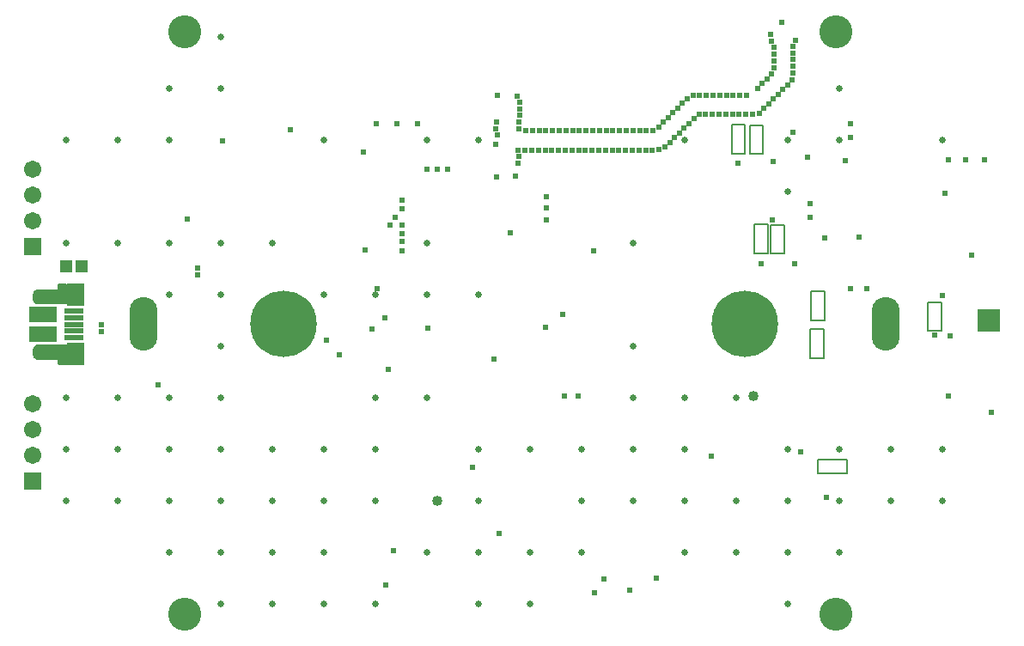
<source format=gbs>
G04*
G04 #@! TF.GenerationSoftware,Altium Limited,Altium Designer,19.1.9 (167)*
G04*
G04 Layer_Color=16711935*
%FSLAX25Y25*%
%MOIN*%
G70*
G01*
G75*
%ADD16C,0.00500*%
%ADD77R,0.04600X0.04500*%
%ADD82C,0.25800*%
%ADD83O,0.10800X0.20800*%
%ADD84R,0.08800X0.08800*%
%ADD85O,0.07493X0.05524*%
%ADD86O,0.06312X0.04737*%
%ADD87C,0.06706*%
%ADD88R,0.06706X0.06706*%
%ADD89C,0.12800*%
%ADD90C,0.02600*%
%ADD91C,0.02400*%
%ADD92C,0.04000*%
%ADD122R,0.07690X0.02375*%
%ADD123R,0.10642X0.06410*%
%ADD124R,0.06548X0.08674*%
G36*
X19851Y120628D02*
X19902Y120618D01*
X19952Y120601D01*
X19999Y120578D01*
X20042Y120549D01*
X20082Y120514D01*
X20117Y120475D01*
X20146Y120431D01*
X20169Y120384D01*
X20186Y120334D01*
X20196Y120283D01*
X20199Y120231D01*
Y113046D01*
X20196Y112993D01*
X20186Y112942D01*
X20169Y112892D01*
X20146Y112845D01*
X20117Y112802D01*
X20082Y112762D01*
X20042Y112728D01*
X19999Y112698D01*
X19952Y112675D01*
X19902Y112659D01*
X19851Y112648D01*
X19798Y112645D01*
X17042D01*
X16990Y112648D01*
X16939Y112659D01*
X16889Y112675D01*
X16842Y112698D01*
X16799Y112728D01*
X16759Y112762D01*
X16725Y112802D01*
X16695Y112845D01*
X16672Y112892D01*
X16655Y112942D01*
X16645Y112993D01*
X16642Y113046D01*
Y114712D01*
X8972D01*
X8961Y114712D01*
X8951Y114712D01*
X8798Y114720D01*
X8787Y114721D01*
X8776Y114722D01*
X8626Y114738D01*
X8625Y114738D01*
X8623Y114738D01*
X8599Y114742D01*
X8575Y114746D01*
X8573Y114747D01*
X8572Y114747D01*
X8501Y114765D01*
X8491Y114768D01*
X8481Y114770D01*
X8410Y114792D01*
X8410Y114792D01*
X8268Y114836D01*
X8261Y114838D01*
X8254Y114840D01*
X8237Y114847D01*
X8219Y114854D01*
X8212Y114858D01*
X8206Y114860D01*
X8056Y114935D01*
X8043Y114943D01*
X8029Y114950D01*
X7891Y115033D01*
X7874Y115044D01*
X7857Y115056D01*
X7731Y115150D01*
X7720Y115159D01*
X7709Y115168D01*
X7591Y115270D01*
X7590Y115272D01*
X7588Y115273D01*
X7571Y115290D01*
X7554Y115307D01*
X7553Y115309D01*
X7551Y115310D01*
X7445Y115432D01*
X7437Y115443D01*
X7428Y115453D01*
X7329Y115583D01*
X7328Y115585D01*
X7327Y115586D01*
X7314Y115607D01*
X7300Y115627D01*
X7299Y115629D01*
X7298Y115630D01*
X7220Y115772D01*
X7215Y115782D01*
X7210Y115792D01*
X7139Y115937D01*
X7138Y115940D01*
X7136Y115943D01*
X7128Y115964D01*
X7119Y115986D01*
X7118Y115989D01*
X7117Y115991D01*
X7066Y116153D01*
X7060Y116175D01*
X7055Y116198D01*
X7031Y116320D01*
X7029Y116331D01*
X7027Y116342D01*
X7007Y116488D01*
X7006Y116504D01*
X7004Y116520D01*
X6997Y116666D01*
X6997Y116677D01*
X6996Y116687D01*
Y118656D01*
X6997Y118665D01*
X6996Y118675D01*
X7004Y118844D01*
X7007Y118866D01*
X7009Y118887D01*
X7034Y119051D01*
X7039Y119071D01*
X7043Y119092D01*
X7084Y119247D01*
X7091Y119267D01*
X7097Y119288D01*
X7157Y119442D01*
X7167Y119464D01*
X7177Y119486D01*
X7244Y119612D01*
X7248Y119618D01*
X7251Y119625D01*
X7322Y119747D01*
X7335Y119767D01*
X7348Y119787D01*
X7445Y119915D01*
X7446Y119916D01*
X7447Y119918D01*
X7463Y119936D01*
X7479Y119955D01*
X7480Y119956D01*
X7481Y119957D01*
X7586Y120061D01*
X7591Y120066D01*
X7597Y120072D01*
X7707Y120174D01*
X7708Y120175D01*
X7709Y120176D01*
X7728Y120192D01*
X7747Y120207D01*
X7749Y120208D01*
X7750Y120209D01*
X7868Y120291D01*
X7876Y120297D01*
X7884Y120302D01*
X8022Y120389D01*
X8024Y120390D01*
X8026Y120391D01*
X8047Y120403D01*
X8068Y120414D01*
X8071Y120415D01*
X8073Y120416D01*
X8214Y120479D01*
X8226Y120483D01*
X8236Y120488D01*
X8362Y120535D01*
X8376Y120539D01*
X8390Y120544D01*
X8457Y120564D01*
X8468Y120566D01*
X8478Y120570D01*
X8545Y120586D01*
X8552Y120587D01*
X8558Y120588D01*
X8637Y120604D01*
X8639Y120604D01*
X8641Y120605D01*
X8723Y120621D01*
X8726Y120621D01*
X8728Y120621D01*
X8752Y120624D01*
X8775Y120627D01*
X8778Y120627D01*
X8780Y120627D01*
X8867Y120631D01*
X8876Y120631D01*
X8885Y120632D01*
X19798D01*
X19851Y120628D01*
D02*
G37*
G36*
X19851Y144152D02*
X19902Y144141D01*
X19952Y144125D01*
X19999Y144102D01*
X20042Y144072D01*
X20082Y144038D01*
X20117Y143998D01*
X20146Y143955D01*
X20169Y143908D01*
X20186Y143858D01*
X20196Y143807D01*
X20199Y143754D01*
Y136569D01*
X20196Y136517D01*
X20186Y136466D01*
X20169Y136416D01*
X20146Y136369D01*
X20117Y136325D01*
X20082Y136286D01*
X20042Y136251D01*
X19999Y136222D01*
X19952Y136199D01*
X19902Y136182D01*
X19851Y136172D01*
X19798Y136168D01*
X8885D01*
X8876Y136169D01*
X8867Y136169D01*
X8780Y136173D01*
X8778Y136173D01*
X8775Y136173D01*
X8752Y136176D01*
X8728Y136179D01*
X8726Y136179D01*
X8723Y136179D01*
X8641Y136195D01*
X8639Y136196D01*
X8637Y136196D01*
X8558Y136212D01*
X8552Y136213D01*
X8545Y136214D01*
X8478Y136230D01*
X8468Y136233D01*
X8457Y136236D01*
X8390Y136256D01*
X8376Y136261D01*
X8362Y136265D01*
X8236Y136312D01*
X8226Y136317D01*
X8214Y136321D01*
X8073Y136384D01*
X8071Y136385D01*
X8068Y136386D01*
X8047Y136397D01*
X8026Y136408D01*
X8024Y136410D01*
X8022Y136411D01*
X7884Y136498D01*
X7876Y136503D01*
X7868Y136509D01*
X7750Y136591D01*
X7749Y136592D01*
X7747Y136593D01*
X7728Y136608D01*
X7709Y136624D01*
X7708Y136625D01*
X7707Y136626D01*
X7597Y136728D01*
X7591Y136734D01*
X7586Y136739D01*
X7481Y136843D01*
X7480Y136844D01*
X7479Y136845D01*
X7463Y136864D01*
X7447Y136882D01*
X7446Y136884D01*
X7445Y136885D01*
X7348Y137013D01*
X7335Y137033D01*
X7322Y137053D01*
X7251Y137175D01*
X7248Y137182D01*
X7244Y137188D01*
X7177Y137314D01*
X7167Y137336D01*
X7157Y137358D01*
X7097Y137512D01*
X7091Y137533D01*
X7084Y137553D01*
X7043Y137708D01*
X7039Y137729D01*
X7034Y137749D01*
X7009Y137913D01*
X7007Y137935D01*
X7004Y137956D01*
X6996Y138126D01*
X6997Y138135D01*
X6996Y138144D01*
Y140113D01*
X6997Y140123D01*
X6997Y140134D01*
X7004Y140280D01*
X7006Y140296D01*
X7007Y140312D01*
X7027Y140458D01*
X7029Y140469D01*
X7031Y140480D01*
X7055Y140602D01*
X7061Y140625D01*
X7066Y140647D01*
X7117Y140808D01*
X7118Y140811D01*
X7119Y140814D01*
X7128Y140836D01*
X7136Y140857D01*
X7138Y140860D01*
X7139Y140863D01*
X7210Y141008D01*
X7215Y141018D01*
X7220Y141028D01*
X7298Y141170D01*
X7299Y141171D01*
X7300Y141173D01*
X7314Y141193D01*
X7327Y141214D01*
X7328Y141215D01*
X7329Y141217D01*
X7428Y141347D01*
X7437Y141357D01*
X7445Y141368D01*
X7551Y141490D01*
X7553Y141491D01*
X7554Y141493D01*
X7571Y141510D01*
X7588Y141527D01*
X7590Y141528D01*
X7591Y141530D01*
X7709Y141632D01*
X7720Y141641D01*
X7731Y141650D01*
X7857Y141744D01*
X7874Y141756D01*
X7891Y141767D01*
X8029Y141850D01*
X8043Y141857D01*
X8056Y141865D01*
X8206Y141940D01*
X8212Y141942D01*
X8219Y141946D01*
X8237Y141953D01*
X8254Y141960D01*
X8261Y141962D01*
X8268Y141964D01*
X8410Y142008D01*
X8410Y142008D01*
X8481Y142030D01*
X8491Y142032D01*
X8501Y142035D01*
X8572Y142053D01*
X8573Y142053D01*
X8575Y142053D01*
X8599Y142058D01*
X8623Y142062D01*
X8625Y142062D01*
X8626Y142062D01*
X8776Y142078D01*
X8787Y142079D01*
X8798Y142080D01*
X8951Y142088D01*
X8961Y142088D01*
X8972Y142088D01*
X16642D01*
Y143754D01*
X16645Y143807D01*
X16655Y143858D01*
X16672Y143908D01*
X16695Y143955D01*
X16725Y143998D01*
X16759Y144038D01*
X16799Y144072D01*
X16842Y144102D01*
X16889Y144125D01*
X16939Y144141D01*
X16990Y144152D01*
X17042Y144155D01*
X19798D01*
X19851Y144152D01*
D02*
G37*
D16*
X354142Y125988D02*
Y137110D01*
X359359D01*
Y125988D02*
Y137110D01*
X354142Y125988D02*
X359359D01*
X286943Y156088D02*
Y167210D01*
X292159D01*
Y156088D02*
Y167210D01*
X286943Y156088D02*
X292159D01*
X298458Y155890D02*
Y167012D01*
X293241Y155890D02*
X298458D01*
X293241D02*
Y167012D01*
X298458D01*
X290258Y194590D02*
Y205712D01*
X285041Y194590D02*
X290258D01*
X285041D02*
Y205712D01*
X290258D01*
X278043Y194788D02*
Y205910D01*
X283259D01*
Y194788D02*
Y205910D01*
X278043Y194788D02*
X283259D01*
X311590Y70643D02*
X322712D01*
X311590D02*
Y75859D01*
X322712D01*
Y70643D02*
Y75859D01*
X308841Y141212D02*
X314057D01*
X308841Y130090D02*
Y141212D01*
Y130090D02*
X314057D01*
Y141212D01*
X308641Y126512D02*
X313858D01*
X308641Y115390D02*
Y126512D01*
Y115390D02*
X313858D01*
Y126512D01*
D77*
X25900Y151000D02*
D03*
X20000D02*
D03*
D82*
X283169Y128600D02*
D03*
X104232D02*
D03*
D83*
X49704D02*
D03*
X337696D02*
D03*
D84*
X377800Y129800D02*
D03*
D85*
X11728Y139128D02*
D03*
Y117672D02*
D03*
D86*
X23657Y137947D02*
D03*
Y118853D02*
D03*
D87*
X7000Y97600D02*
D03*
Y77600D02*
D03*
Y87600D02*
D03*
Y178700D02*
D03*
Y168700D02*
D03*
Y188700D02*
D03*
D88*
Y67600D02*
D03*
Y158700D02*
D03*
D89*
X65900Y241900D02*
D03*
X318600Y16000D02*
D03*
X65900D02*
D03*
X318600Y241900D02*
D03*
D90*
X360000Y200000D02*
D03*
Y80000D02*
D03*
Y60000D02*
D03*
X340000Y80000D02*
D03*
Y60000D02*
D03*
X320000Y220000D02*
D03*
Y200000D02*
D03*
Y80000D02*
D03*
Y60000D02*
D03*
Y40000D02*
D03*
X300000Y200000D02*
D03*
Y180000D02*
D03*
Y80000D02*
D03*
Y60000D02*
D03*
Y40000D02*
D03*
Y20000D02*
D03*
X280000Y100000D02*
D03*
Y60000D02*
D03*
Y40000D02*
D03*
X260000Y200000D02*
D03*
Y100000D02*
D03*
Y80000D02*
D03*
Y60000D02*
D03*
Y40000D02*
D03*
X240000Y160000D02*
D03*
Y120000D02*
D03*
Y100000D02*
D03*
Y80000D02*
D03*
Y60000D02*
D03*
X220000Y80000D02*
D03*
Y60000D02*
D03*
Y40000D02*
D03*
X200000Y80000D02*
D03*
Y40000D02*
D03*
Y20000D02*
D03*
X180000Y200000D02*
D03*
Y140000D02*
D03*
Y80000D02*
D03*
Y60000D02*
D03*
Y40000D02*
D03*
Y20000D02*
D03*
X160000Y200000D02*
D03*
Y160000D02*
D03*
Y140000D02*
D03*
Y100000D02*
D03*
Y40000D02*
D03*
X140000Y140000D02*
D03*
Y100000D02*
D03*
Y80000D02*
D03*
Y60000D02*
D03*
Y20000D02*
D03*
X120000Y200000D02*
D03*
Y140000D02*
D03*
Y80000D02*
D03*
Y60000D02*
D03*
Y40000D02*
D03*
Y20000D02*
D03*
X100000Y160000D02*
D03*
Y80000D02*
D03*
Y60000D02*
D03*
Y40000D02*
D03*
Y20000D02*
D03*
X80000Y240000D02*
D03*
Y220000D02*
D03*
Y160000D02*
D03*
Y140000D02*
D03*
Y120000D02*
D03*
Y100000D02*
D03*
Y80000D02*
D03*
Y60000D02*
D03*
Y40000D02*
D03*
Y20000D02*
D03*
X60000Y220000D02*
D03*
Y200000D02*
D03*
Y160000D02*
D03*
Y140000D02*
D03*
Y100000D02*
D03*
Y80000D02*
D03*
Y60000D02*
D03*
Y40000D02*
D03*
X40000Y200000D02*
D03*
Y160000D02*
D03*
Y100000D02*
D03*
Y80000D02*
D03*
Y60000D02*
D03*
X20000Y200000D02*
D03*
Y160000D02*
D03*
Y100000D02*
D03*
Y80000D02*
D03*
Y60000D02*
D03*
D91*
X297565Y245787D02*
D03*
X293307Y240872D02*
D03*
X293381Y238273D02*
D03*
X294409Y235885D02*
D03*
Y233285D02*
D03*
Y230685D02*
D03*
Y228085D02*
D03*
X293596Y225615D02*
D03*
X291757Y223777D02*
D03*
X289919Y221938D02*
D03*
X288080Y220100D02*
D03*
X283873Y217191D02*
D03*
X281273D02*
D03*
X278673D02*
D03*
X276073D02*
D03*
X273472D02*
D03*
X270872D02*
D03*
X268272D02*
D03*
X265672D02*
D03*
X263073Y217148D02*
D03*
X260736Y216009D02*
D03*
X258897Y214171D02*
D03*
X257059Y212333D02*
D03*
X255220Y210494D02*
D03*
X253382Y208656D02*
D03*
X251543Y206817D02*
D03*
X249705Y204979D02*
D03*
X247561Y203508D02*
D03*
X244961D02*
D03*
X242361D02*
D03*
X239761D02*
D03*
X237161D02*
D03*
X234561D02*
D03*
X231961D02*
D03*
X229361D02*
D03*
X226761D02*
D03*
X224161D02*
D03*
X221561D02*
D03*
X218961D02*
D03*
X216361D02*
D03*
X213761D02*
D03*
X211161D02*
D03*
X208561D02*
D03*
X205961D02*
D03*
X203361D02*
D03*
X200761D02*
D03*
X198161D02*
D03*
X186633Y198409D02*
D03*
X186924Y185642D02*
D03*
X194306Y185928D02*
D03*
X195305Y190928D02*
D03*
X195374Y193527D02*
D03*
X195321Y196126D02*
D03*
X197921D02*
D03*
X200521D02*
D03*
X203121D02*
D03*
X205721D02*
D03*
X208321D02*
D03*
X210921D02*
D03*
X213521D02*
D03*
X216121D02*
D03*
X218721D02*
D03*
X221321D02*
D03*
X223921D02*
D03*
X226521D02*
D03*
X229121D02*
D03*
X231721D02*
D03*
X234321D02*
D03*
X236921D02*
D03*
X239521D02*
D03*
X242121D02*
D03*
X244721D02*
D03*
X247321D02*
D03*
X249921Y196134D02*
D03*
X252310Y197159D02*
D03*
X254156Y198991D02*
D03*
X255994Y200829D02*
D03*
X257833Y202668D02*
D03*
X259671Y204506D02*
D03*
X261510Y206345D02*
D03*
X263348Y208183D02*
D03*
X265377Y209809D02*
D03*
X267977D02*
D03*
X270577D02*
D03*
X273177D02*
D03*
X275777D02*
D03*
X278377D02*
D03*
X280977D02*
D03*
X283577D02*
D03*
X286177D02*
D03*
X288704Y210420D02*
D03*
X290609Y212190D02*
D03*
X292448Y214028D02*
D03*
X294286Y215866D02*
D03*
X296125Y217705D02*
D03*
X297963Y219543D02*
D03*
X299801Y221382D02*
D03*
X301457Y223387D02*
D03*
X301791Y225965D02*
D03*
Y228566D02*
D03*
Y231166D02*
D03*
Y233766D02*
D03*
Y236366D02*
D03*
X302879Y238727D02*
D03*
X187309Y217219D02*
D03*
X186743Y206955D02*
D03*
X186603Y204359D02*
D03*
X187346Y201867D02*
D03*
X195597Y204295D02*
D03*
X195482Y206893D02*
D03*
X195721Y209482D02*
D03*
X195874Y212077D02*
D03*
X195792Y214676D02*
D03*
X194691Y217032D02*
D03*
X70900Y150200D02*
D03*
Y147600D02*
D03*
X270300Y77400D02*
D03*
X33600Y128200D02*
D03*
Y125600D02*
D03*
X238500Y25400D02*
D03*
X224800Y24200D02*
D03*
X362800Y124100D02*
D03*
X356700Y124200D02*
D03*
X218500Y100500D02*
D03*
X213027Y100778D02*
D03*
X362300Y100700D02*
D03*
X378900Y94400D02*
D03*
X192300Y164100D02*
D03*
X147600Y170000D02*
D03*
X177500Y73100D02*
D03*
X330500Y142300D02*
D03*
X359800Y139500D02*
D03*
X324100Y142300D02*
D03*
X140400D02*
D03*
X144700Y111100D02*
D03*
X314300Y162069D02*
D03*
X302400Y151900D02*
D03*
X185900Y115100D02*
D03*
X205900Y127300D02*
D03*
X206300Y173512D02*
D03*
X150200Y173200D02*
D03*
Y176700D02*
D03*
X206300Y168900D02*
D03*
X362200Y192300D02*
D03*
X376100D02*
D03*
X369000D02*
D03*
X301700Y202800D02*
D03*
X294100Y191500D02*
D03*
X280600Y190900D02*
D03*
X289600Y152000D02*
D03*
X212500Y132400D02*
D03*
X324200Y206200D02*
D03*
X125800Y116700D02*
D03*
X120900Y122400D02*
D03*
X138633Y126505D02*
D03*
X143918Y27312D02*
D03*
X206300Y178124D02*
D03*
X294000Y169100D02*
D03*
X308400Y170100D02*
D03*
Y175400D02*
D03*
X322200Y191900D02*
D03*
X55400Y105000D02*
D03*
X136000Y157400D02*
D03*
X135300Y195200D02*
D03*
X159900Y188600D02*
D03*
X148200Y206300D02*
D03*
X140200D02*
D03*
X188000Y47200D02*
D03*
X307400Y193400D02*
D03*
X371300Y155400D02*
D03*
X304700Y79100D02*
D03*
X156100Y206300D02*
D03*
X167900Y188600D02*
D03*
X163800D02*
D03*
X327500Y162400D02*
D03*
X224500Y157100D02*
D03*
X66900Y169400D02*
D03*
X150200Y160500D02*
D03*
Y157100D02*
D03*
X106900Y203900D02*
D03*
X150200Y163600D02*
D03*
Y167000D02*
D03*
X145500D02*
D03*
X143500Y130800D02*
D03*
X314900Y61300D02*
D03*
X361000Y179200D02*
D03*
X324100Y200900D02*
D03*
X80500Y199600D02*
D03*
X160300Y127100D02*
D03*
X146800Y40500D02*
D03*
X249000Y29800D02*
D03*
X228600Y29500D02*
D03*
D92*
X286400Y100700D02*
D03*
X163800Y59800D02*
D03*
D122*
X22850Y128400D02*
D03*
Y125841D02*
D03*
Y123282D02*
D03*
Y130959D02*
D03*
Y133518D02*
D03*
D123*
X10743Y124611D02*
D03*
Y132189D02*
D03*
D124*
X23657Y139817D02*
D03*
X23656Y116983D02*
D03*
M02*

</source>
